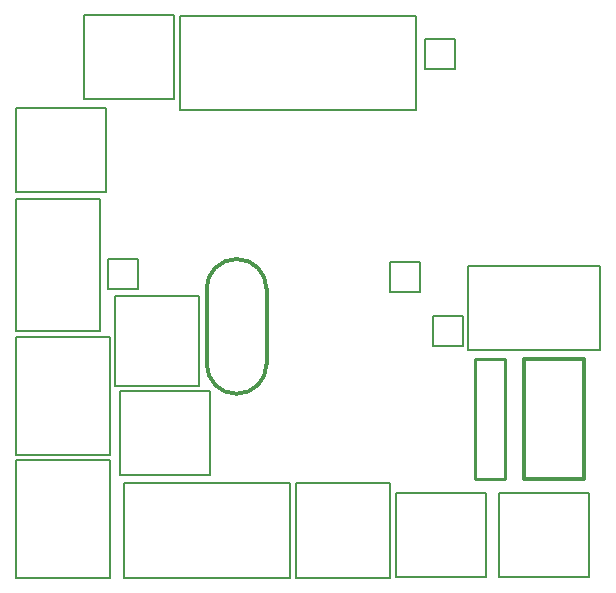
<source format=gbo>
G04 (created by PCBNEW (2013-may-18)-stable) date Пт 20 фев 2015 21:26:52*
%MOIN*%
G04 Gerber Fmt 3.4, Leading zero omitted, Abs format*
%FSLAX34Y34*%
G01*
G70*
G90*
G04 APERTURE LIST*
%ADD10C,0.00590551*%
%ADD11C,0.012*%
%ADD12C,0.01*%
%ADD13C,0.006*%
%ADD14C,0.0125*%
G04 APERTURE END LIST*
G54D10*
X24899Y-31255D02*
X24899Y-26855D01*
X27699Y-31255D02*
X27699Y-26855D01*
X27699Y-31255D02*
X24899Y-31255D01*
X27699Y-26855D02*
X24899Y-26855D01*
X39965Y-29072D02*
X44365Y-29072D01*
X39965Y-31872D02*
X44365Y-31872D01*
X39965Y-31872D02*
X39965Y-29072D01*
X44365Y-31872D02*
X44365Y-29072D01*
X40555Y-39470D02*
X40555Y-36670D01*
X40555Y-36670D02*
X37555Y-36670D01*
X37555Y-39470D02*
X40555Y-39470D01*
X37555Y-39470D02*
X37555Y-36670D01*
X28206Y-33074D02*
X31006Y-33074D01*
X31006Y-33074D02*
X31006Y-30074D01*
X28206Y-30074D02*
X28206Y-33074D01*
X28206Y-30074D02*
X31006Y-30074D01*
X30161Y-23525D02*
X30161Y-20725D01*
X30161Y-20725D02*
X27161Y-20725D01*
X27161Y-23525D02*
X30161Y-23525D01*
X27161Y-23525D02*
X27161Y-20725D01*
X28342Y-33245D02*
X28342Y-36045D01*
X28342Y-36045D02*
X31342Y-36045D01*
X31342Y-33245D02*
X28342Y-33245D01*
X31342Y-33245D02*
X31342Y-36045D01*
X27877Y-26636D02*
X27877Y-23836D01*
X27877Y-23836D02*
X24877Y-23836D01*
X24877Y-26636D02*
X27877Y-26636D01*
X24877Y-26636D02*
X24877Y-23836D01*
G54D11*
X43834Y-36173D02*
X43834Y-32173D01*
X43834Y-32173D02*
X41834Y-32173D01*
X41834Y-32173D02*
X41834Y-36173D01*
X41834Y-36173D02*
X43834Y-36173D01*
G54D12*
X40208Y-32173D02*
X40208Y-36173D01*
X41208Y-32173D02*
X41208Y-36173D01*
X41208Y-36173D02*
X40208Y-36173D01*
X40208Y-32173D02*
X41208Y-32173D01*
G54D13*
X39791Y-30759D02*
X38791Y-30759D01*
X38791Y-31759D02*
X39791Y-31759D01*
X38791Y-30759D02*
X38791Y-31759D01*
X39791Y-31759D02*
X39791Y-30759D01*
X39515Y-21507D02*
X38515Y-21507D01*
X38515Y-22507D02*
X39515Y-22507D01*
X38515Y-21507D02*
X38515Y-22507D01*
X39515Y-22507D02*
X39515Y-21507D01*
X28964Y-28870D02*
X27964Y-28870D01*
X27964Y-29870D02*
X28964Y-29870D01*
X27964Y-28870D02*
X27964Y-29870D01*
X28964Y-29870D02*
X28964Y-28870D01*
X38374Y-28968D02*
X37374Y-28968D01*
X37374Y-29968D02*
X38374Y-29968D01*
X37374Y-28968D02*
X37374Y-29968D01*
X38374Y-29968D02*
X38374Y-28968D01*
G54D10*
X38228Y-23897D02*
X38228Y-20748D01*
X38228Y-20748D02*
X30354Y-20748D01*
X30354Y-20748D02*
X30354Y-23897D01*
X30354Y-23897D02*
X38228Y-23897D01*
X28503Y-39488D02*
X34015Y-39488D01*
X34015Y-39488D02*
X34015Y-36338D01*
X34015Y-36338D02*
X28503Y-36338D01*
X28503Y-36338D02*
X28503Y-39488D01*
X28031Y-31456D02*
X28031Y-35393D01*
X28031Y-35393D02*
X24881Y-35393D01*
X24881Y-35393D02*
X24881Y-31456D01*
X28031Y-31456D02*
X24881Y-31456D01*
X34212Y-39488D02*
X37362Y-39488D01*
X37362Y-39488D02*
X37362Y-36338D01*
X37362Y-36338D02*
X34212Y-36338D01*
X34212Y-36338D02*
X34212Y-39488D01*
G54D14*
X31244Y-32352D02*
X31244Y-29852D01*
X33244Y-32352D02*
X33244Y-29852D01*
X32244Y-28852D02*
G75*
G02X33244Y-29852I0J-1000D01*
G74*
G01*
X31244Y-29852D02*
G75*
G02X32244Y-28852I1000J0D01*
G74*
G01*
X33244Y-32352D02*
G75*
G02X32244Y-33352I-999J0D01*
G74*
G01*
X32244Y-33352D02*
G75*
G02X31244Y-32352I0J999D01*
G74*
G01*
G54D10*
X43980Y-39470D02*
X43980Y-36670D01*
X43980Y-36670D02*
X40980Y-36670D01*
X40980Y-39470D02*
X43980Y-39470D01*
X40980Y-39470D02*
X40980Y-36670D01*
X28031Y-35551D02*
X28031Y-39488D01*
X28031Y-39488D02*
X24881Y-39488D01*
X24881Y-39488D02*
X24881Y-35551D01*
X28031Y-35551D02*
X24881Y-35551D01*
M02*

</source>
